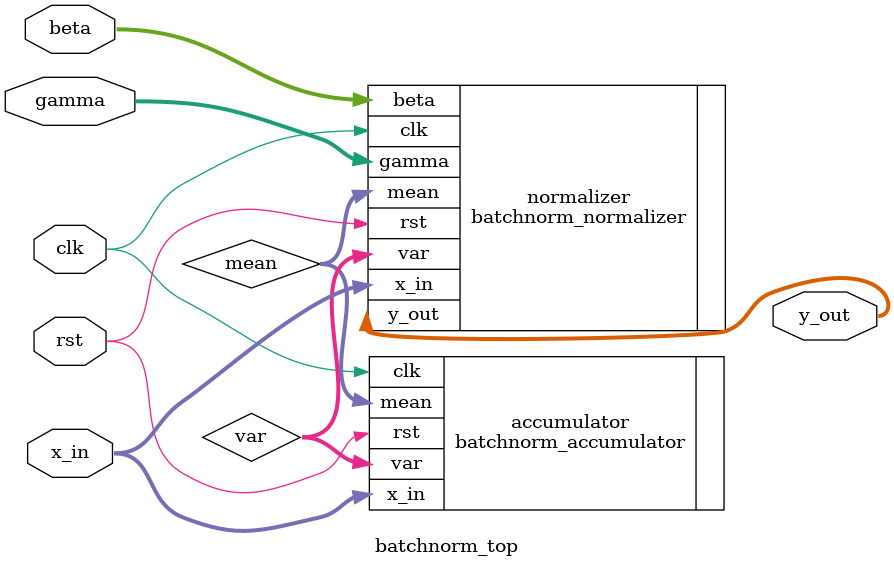
<source format=v>

module batchnorm_top #(parameter WIDTH=16, FRAC=8, BATCH_SIZE=10) (
    input clk,
    input rst,
    input [WIDTH-1:0] x_in, 
    input [WIDTH-1:0] gamma, 
    input [WIDTH-1:0] beta,  
    output [WIDTH-1:0] y_out
);

    wire [WIDTH-1:0] mean, var;

    // Accumulate inputs and compute mean/variance
    batchnorm_accumulator #(WIDTH, FRAC, BATCH_SIZE) accumulator (
        .clk(clk),
        .rst(rst),
        .x_in(x_in),
        .mean(mean),
        .var(var)
    );

    batchnorm_normalizer #(WIDTH, FRAC) normalizer (
        .clk(clk),
        .rst(rst),
        .x_in(x_in),
        .gamma(gamma),
        .beta(beta),
        .mean(mean),
        .var(var),
        .y_out(y_out)
    );

endmodule
</source>
